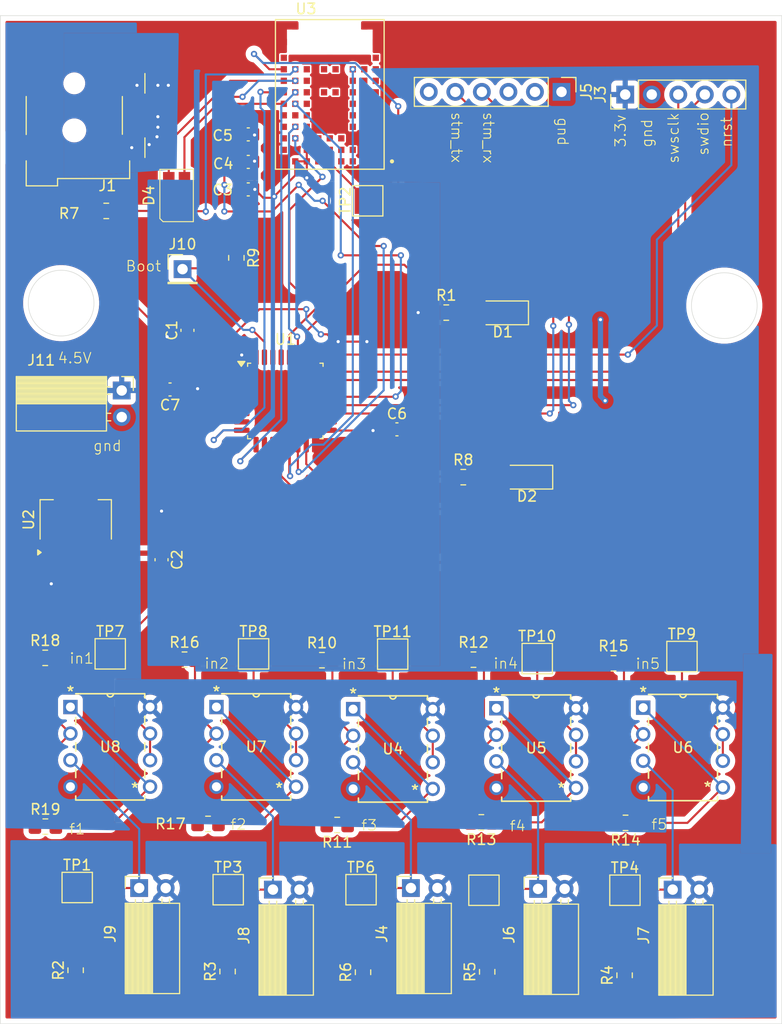
<source format=kicad_pcb>
(kicad_pcb (version 20241229) (generator "pcbnew") (generator_version "9.0")
  (layers (0 "F.Cu" signal) (2 "B.Cu" signal) (13 "F.Paste" user) (15 "B.Paste" user) (5 "F.SilkS" user "F.Silkscreen") (7 "B.SilkS" user "B.Silkscreen") (1 "F.Mask" user) (3 "B.Mask" user) (25 "Edge.Cuts" user))
  (net 0 "")
  (net 1 "Net-(D1-A)")
  (net 2 "SWSCLK")
  (net 8 "Finger3")
  (net 9 "Switch2")
  (net 11 "Net-(D4-A)")
  (net 12 "BlueLED")
  (net 14 "NRST")
  (net 15 "Finger1")
  (net 16 "Finger5")
  (net 18 "TX")
  (net 19 "Finger2")
  (net 20 "RX")
  (net 21 "SWDIO")
  (net 22 "Finger4")
  (net 25 "gnd")
  (net 31 "RedLED")
  (net 33 "DEBUG_TX")
  (net 38 "GPIO_J9")
  (net 57 "Net-(U1-PA7)")
  (net 58 "Switch1")
  (net 72 "+3.3V")
  (net 80 "debuging_tx")
  (net 81 "debuging_rx")
  (net 82 "Net-(D2-A)")
  (net 83 "Net-(U1-PB1)")
  (net 84 "UART_RTS->BoardCTS")
  (net 85 "UART_CTS->BoardRTS")
  (net 86 "GreenLED")
  (net 87 "BootPin")
  (net 88 "Net-(U4-1IN-)")
  (net 89 "Net-(U4-1OUT)")
  (net 90 "Sensor1")
  (net 91 "Sensor2")
  (net 92 "Sensor3")
  (net 93 "Sensor4")
  (net 94 "Sensor5")
  (net 95 "Net-(U5-1IN-)")
  (net 96 "Net-(U5-1OUT)")
  (net 97 "Net-(U6-1IN-)")
  (net 98 "Net-(U6-1OUT)")
  (net 99 "Net-(U7-1IN-)")
  (net 100 "Net-(U7-1OUT)")
  (net 101 "Net-(U8-1IN-)")
  (net 102 "Net-(U8-1OUT)")
  (net 103 "+5V")
  (footprint "Connector_PinSocket_2.54mm:PinSocket_1x02_P2.54mm_Horizontal" (layer "F.Cu") (at 123.01 131.88 90)
    (property "Reference" "J8")
    (property "Value" "Conn_01x02_Socket")
  )
  (footprint "Connector_PinHeader_2.54mm:PinHeader_1x05_P2.54mm_Vertical" (layer "F.Cu") (at 156.718 55.88 90)
    (property "Reference" "J3")
    (property "Value" "Conn_01x05_Pin")
  )
  (footprint "Connector_PinHeader_2.54mm:PinHeader_1x06_P2.54mm_Vertical" (layer "F.Cu") (at 150.622 55.626 -90)
    (property "Reference" "J5")
    (property "Value" "Conn_01x06_Socket" (hide yes))
  )
  (footprint "Resistor_SMD:R_0805_2012Metric_Pad1.20x1.40mm_HandSolder" (layer "F.Cu") (at 156.66 140.07 90)
    (property "Reference" "R4")
    (property "Value" "R")
  )
  (footprint "Connector_PinSocket_2.54mm:PinSocket_1x02_P2.54mm_Horizontal" (layer "F.Cu") (at 108.54 84.171)
    (property "Reference" "J11")
    (property "Value" "Conn_01x02_Socket")
  )
  (footprint "Resistor_SMD:R_0805_2012Metric_Pad1.20x1.40mm_HandSolder" (layer "F.Cu") (at 118.67 139.71 90)
    (property "Reference" "R3")
    (property "Value" "R")
  )
  (footprint "TestPoint:TestPoint_Pad_2.5x2.5mm" (layer "F.Cu") (at 121.158 109.347)
    (property "Reference" "TP8")
    (property "Value" "TestPoint")
  )
  (footprint "TestPoint:TestPoint_Pad_2.5x2.5mm" (layer "F.Cu") (at 143.2 131.94)
    (property "Reference" "TP5" (hide yes))
    (property "Value" "TestPoint")
  )
  (footprint "TestPoint:TestPoint_Pad_2.5x2.5mm" (layer "F.Cu") (at 156.69 131.94)
    (property "Reference" "TP4")
    (property "Value" "TestPoint")
  )
  (footprint "Resistor_SMD:R_0805_2012Metric_Pad1.20x1.40mm_HandSolder" (layer "F.Cu") (at 101.235 125.857)
    (property "Reference" "R19")
    (property "Value" "R")
  )
  (footprint "Capacitor_SMD:C_0504_1310Metric_Pad0.83x1.28mm_HandSolder" (layer "F.Cu") (at 120.65 59.69 180)
    (property "Reference" "C5")
    (property "Value" ".1u")
  )
  (footprint "Package_QFP:LQFP-32_7x7mm_P0.8mm" (layer "F.Cu") (at 124.1966 85.1724)
    (property "Reference" "U1")
    (property "Value" "STM32L031K6Tx")
  )
  (footprint "Connector_PinHeader_2.54mm:PinHeader_1x01_P2.54mm_Vertical" (layer "F.Cu") (at 114.36 72.57)
    (property "Reference" "J10")
    (property "Value" "Conn_01x01_Pin")
  )
  (footprint "Connector_PinSocket_2.54mm:PinSocket_1x02_P2.54mm_Horizontal" (layer "F.Cu") (at 110.21 131.73 90)
    (property "Reference" "J9")
    (property "Value" "Conn_01x02_Socket")
  )
  (footprint "Resistor_SMD:R_0805_2012Metric_Pad1.20x1.40mm_HandSolder" (layer "F.Cu") (at 139.5947 76.7246)
    (property "Reference" "R1")
    (property "Value" "270")
  )
  (footprint "Resistor_SMD:R_0805_2012Metric_Pad1.20x1.40mm_HandSolder" (layer "F.Cu") (at 104.13 139.59 90)
    (property "Reference" "R2")
    (property "Value" "R")
  )
  (footprint "TestPoint:TestPoint_Pad_2.5x2.5mm" (layer "F.Cu") (at 132.08 66.04 90)
    (property "Reference" "TP2")
    (property "Value" "TestPoint")
  )
  (footprint "TestPoint:TestPoint_Pad_2.5x2.5mm" (layer "F.Cu") (at 131.44 131.89)
    (property "Reference" "TP6")
    (property "Value" "TestPoint")
  )
  (footprint "Resistor_SMD:R_0805_2012Metric_Pad1.20x1.40mm_HandSolder" (layer "F.Cu") (at 101.219 109.728)
    (property "Reference" "R18")
    (property "Value" "R")
  )
  (footprint "lm358:P8" (layer "F.Cu") (at 125.222 122.047)
    (property "Reference" "U7")
    (property "Value" "LM358APE4")
  )
  (footprint "LED_SMD:LED_Avago_PLCC4_3.2x2.8mm_CW" (layer "F.Cu") (at 113.792 65.532 90)
    (property "Reference" "D4")
    (property "Value" "ASMB-MTB0-0A3A2")
  )
  (footprint "TestPoint:TestPoint_Pad_2.5x2.5mm" (layer "F.Cu") (at 162.15 109.6)
    (property "Reference" "TP9")
    (property "Value" "TestPoint")
  )
  (footprint "Resistor_SMD:R_0805_2012Metric_Pad1.20x1.40mm_HandSolder" (layer "F.Cu") (at 114.55 109.9)
    (property "Reference" "R16")
    (property "Value" "R")
  )
  (footprint "Capacitor_SMD:C_0504_1310Metric_Pad0.83x1.28mm_HandSolder" (layer "F.Cu") (at 113.1645 84.074 180)
    (property "Reference" "C7")
    (property "Value" ".1u")
  )
  (footprint "lm358:P8" (layer "F.Cu") (at 166.06 122.11)
    (property "Reference" "U6")
    (property "Value" "LM358APE4")
  )
  (footprint "Resistor_SMD:R_0805_2012Metric_Pad1.20x1.40mm_HandSolder" (layer "F.Cu") (at 155.6 110.25)
    (property "Reference" "R15")
    (property "Value" "R" (hide yes))
  )
  (footprint "Connector_PinSocket_2.54mm:PinSocket_1x02_P2.54mm_Horizontal" (layer "F.Cu") (at 136.21 131.73 90)
    (property "Reference" "J4")
    (property "Value" "Conn_01x02_Socket")
  )
  (footprint "Resistor_SMD:R_0805_2012Metric_Pad1.20x1.40mm_HandSolder" (layer "F.Cu") (at 129.159 125.7046 180)
    (property "Reference" "R11")
    (property "Value" "R")
  )
  (footprint "LED_SMD:LED_1206_3216Metric_Pad1.42x1.75mm_HandSolder" (layer "F.Cu") (at 147.32 92.456 180)
    (property "Reference" "D2")
    (property "Value" "LED")
  )
  (footprint "Capacitor_SMD:C_0504_1310Metric_Pad0.83x1.28mm_HandSolder" (layer "F.Cu") (at 120.65 62.32 180)
    (property "Reference" "C4")
    (property "Value" ".1u")
  )
  (footprint "Resistor_SMD:R_0805_2012Metric_Pad1.20x1.40mm_HandSolder" (layer "F.Cu") (at 107.061 67.0052)
    (property "Reference" "R7")
    (property "Value" "R")
  )
  (footprint "NORA-W106-00B:XCVR_NORA-W106-00B" (layer "F.Cu") (at 128.45 55.867)
    (property "Reference" "U3")
    (property "Value" "NORA-W106-00B")
  )
  (footprint "Resistor_SMD:R_0805_2012Metric_Pad1.20x1.40mm_HandSolder" (layer "F.Cu") (at 116.8 125.6)
    (property "Reference" "R17")
    (property "Value" "R")
  )
  (footprint "TestPoint:TestPoint_Pad_2.5x2.5mm" (layer "F.Cu") (at 134.4676 109.3724)
    (property "Reference" "TP11")
    (property "Value" "TestPoint")
  )
  (footprint "Resistor_SMD:R_0805_2012Metric_Pad1.20x1.40mm_HandSolder" (layer "F.Cu") (at 141.224 92.456)
    (property "Reference" "R8")
    (property "Value" "270")
  )
  (footprint "TestPoint:TestPoint_Pad_2.5x2.5mm" (layer "F.Cu") (at 118.73 131.89)
    (property "Reference" "TP3")
    (property "Value" "TestPoint")
  )
  (footprint "Resistor_SMD:R_0805_2012Metric_Pad1.20x1.40mm_HandSolder" (layer "F.Cu") (at 119.51 71.49 -90)
    (property "Reference" "R9")
    (property "Value" "R")
  )
  (footprint "Connector_BarrelJack:BarrelJack_Wuerth_694106106102_2.0x5.5mm" (layer "F.Cu") (at 104 57.885 180)
    (property "Reference" "J1")
    (property "Value" "Barrel_Jack")
  )
  (footprint "Package_TO_SOT_SMD:SOT-223-3_TabPin2" (layer "F.Cu") (at 104.14 96.52 90)
    (property "Reference" "U2")
    (property "Value" "TC1262-33")
  )
  (footprint "Resistor_SMD:R_0805_2012Metric_Pad1.20x1.40mm_HandSolder" (layer "F.Cu") (at 127.7 109.95)
    (property "Reference" "R10")
    (property "Value" "R")
  )
  (footprint "lm358:P8" (layer "F.Cu") (at 138.303 122.2502)
    (property "Reference" "U4")
    (property "Value" "LM358APE4")
  )
  (footprint "TestPoint:TestPoint_Pad_2.5x2.5mm" (layer "F.Cu") (at 104.28 131.68)
    (property "Reference" "TP1")
    (property "Value" "TestPoint")
  )
  (footprint "TestPoint:TestPoint_Pad_2.5x2.5mm" (layer "F.Cu") (at 148.3 109.8)
    (property "Reference" "TP10")
    (property "Value" "TestPoint")
  )
  (footprint "Resistor_SMD:R_0805_2012Metric_Pad1.20x1.40mm_HandSolder" (layer "F.Cu") (at 143.51 139.74 90)
    (property "Reference" "R5")
    (property "Value" "R")
  )
  (footprint "Resistor_SMD:R_0805_2012Metric_Pad1.20x1.40mm_HandSolder" (layer "F.Cu") (at 156.75 125.5 180)
    (property "Reference" "R14")
    (property "Value" "R")
  )
  (footprint "lm358:P8" (layer "F.Cu") (at 111.252 122.047)
    (property "Reference" "U8")
    (property "Value" "LM358APE4")
  )
  (footprint "Capacitor_SMD:C_0504_1310Metric_Pad0.83x1.28mm_HandSolder" (layer "F.Cu") (at 120.65 64.95 180)
    (property "Reference" "C3")
    (property "Value" ".1u")
  )
  (footprint "LED_SMD:LED_1206_3216Metric_Pad1.42x1.75mm_HandSolder" (layer "F.Cu") (at 145 76.75 180)
    (property "Reference" "D1")
    (property "Value" "LED")
  )
  (footprint "Resistor_SMD:R_0805_2012Metric_Pad1.20x1.40mm_HandSolder" (layer "F.Cu") (at 142.2 109.9)
    (property "Reference" "R12")
    (property "Value" "R")
  )
  (footprint "Connector_PinSocket_2.54mm:PinSocket_1x02_P2.54mm_Horizontal" (layer "F.Cu") (at 161.26 131.88 90)
    (property "Reference" "J7")
    (property "Value" "Conn_01x02_Socket")
  )
  (footprint "TestPoint:TestPoint_Pad_2.5x2.5mm" (layer "F.Cu") (at 107.442 109.347)
    (property "Reference" "TP7")
    (property "Value" "TestPoint")
  )
  (footprint "Capacitor_SMD:C_0504_1310Metric_Pad0.83x1.28mm_HandSolder" (layer "F.Cu") (at 112.35 100.35 -90)
    (property "Reference" "C2")
    (property "Value" "1")
  )
  (footprint "Resistor_SMD:R_0805_2012Metric_Pad1.20x1.40mm_HandSolder" (layer "F.Cu") (at 131.63 139.78 90)
    (property "Reference" "R6")
    (property "Value" "R")
  )
  (footprint "Connector_PinSocket_2.54mm:PinSocket_1x02_P2.54mm_Horizontal" (layer "F.Cu") (at 148.38 131.81 90)
    (property "Reference" "J6")
    (property "Value" "Conn_01x02_Socket")
  )
  (footprint "Capacitor_SMD:C_0504_1310Metric_Pad0.83x1.28mm_HandSolder" (layer "F.Cu") (at 114.83 78.42 90)
    (property "Reference" "C1")
    (property "Value" ".1u")
  )
  (footprint "lm358:P8" (layer "F.Cu") (at 152.01 122.16)
    (property "Reference" "U5")
    (property "Value" "LM358APE4")
  )
  (footprint "Resistor_SMD:R_0805_2012Metric_Pad1.20x1.40mm_HandSolder" (layer "F.Cu") (at 142.95 125.45 180)
    (property "Reference" "R13")
    (property "Value" "R" (hide yes))
  )
  (footprint "Capacitor_SMD:C_0504_1310Metric_Pad0.83x1.28mm_HandSolder" (layer "F.Cu") (at 134.874 87.884)
    (property "Reference" "C6")
    (property "Value" ".1u")
  )
  (gr_circle (center 166.2 76.057437) (end 169.14 77.167437) (stroke (width 0.05)) (fill no) (layer "Edge.Cuts"))
  (gr_rect (start 96.9178 48.3399) (end 171.704 144.7001) (stroke (width 0.05)) (fill no) (layer "Edge.Cuts"))
  (gr_circle (center 102.743 75.819) (end 105.683 76.929) (stroke (width 0.05)) (fill no) (layer "Edge.Cuts"))
  (gr_text "in2\n" (at 116.4 110.85 0) (layer "F.SilkS") (effects (font (size 1 1) (thickness 0.1)) (justify left bottom)))
  (gr_text "f4\n" (at 145.6 126.4 0) (layer "F.SilkS") (effects (font (size 1 1) (thickness 0.1)) (justify left bottom)))
  (gr_text "stm_tx\n" (at 140 57.5 270) (layer "F.SilkS") (effects (font (size 1 1) (thickness 0.1)) (justify left bottom)))
  (gr_text "swdio\n\n" (at 166.381 61.762 90) (layer "F.SilkS") (effects (font (size 1 1) (thickness 0.1)) (justify left bottom)))
  (gr_text "gnd\n" (at 159.38 61 90) (layer "F.SilkS") (effects (font (size 1 1) (thickness 0.1)) (justify left bottom)))
  (gr_text "f1" (at 103.45 126.68 0) (layer "F.SilkS") (effects (font (size 1 1) (thickness 0.1)) (justify left bottom)))
  (gr_text "4.5V" (at 102.362 81.661 0) (layer "F.SilkS") (effects (font (size 1 1) (thickness 0.1)) (justify left bottom)))
  (gr_text "3.3v\n" (at 156.856 61 90) (layer "F.SilkS") (effects (font (size 1 1) (thickness 0.1)) (justify left bottom)))
  (gr_text "swsclk\n" (at 161.92 62.528 90) (layer "F.SilkS") (effects (font (size 1 1) (thickness 0.1)) (justify left bottom)))
  (gr_text "f5\n" (at 159.15 126.235 0) (layer "F.SilkS") (effects (font (size 1 1) (thickness 0.1)) (justify left bottom)))
  (gr_text "f2\n" (at 118.872 126.238 0) (layer "F.SilkS") (effects (font (size 1 1) (thickness 0.1)) (justify left bottom)))
  (gr_text "f3\n" (at 131.3942 126.3142 0) (layer "F.SilkS") (effects (font (size 1 1) (thickness 0.1)) (justify left bottom)))
  (gr_text "in3\n" (at 129.55 110.9 0) (layer "F.SilkS") (effects (font (size 1 1) (thickness 0.1)) (justify left bottom)))
  (gr_text "Boot\n" (at 108.86 72.87 0) (layer "F.SilkS") (effects (font (size 1 1) (thickness 0.1)) (justify left bottom)))
  (gr_text "gnd\n" (at 150.16 58 270) (layer "F.SilkS") (effects (font (size 1 1) (thickness 0.1)) (justify left bottom)))
  (gr_text "in4\n" (at 144.05 110.85 0) (layer "F.SilkS") (effects (font (size 1 1) (thickness 0.1)) (justify left bottom)))
  (gr_text "gnd\n" (at 105.75 90.043 0) (layer "F.SilkS") (effects (font (size 1 1) (thickness 0.1)) (justify left bottom)))
  (gr_text "in5" (at 157.65 110.875 0) (layer "F.SilkS") (effects (font (size 1 1) (thickness 0.1)) (justify left bottom)))
  (gr_text "in1\n" (at 103.479 110.363 0) (layer "F.SilkS") (effects (font (size 1 1) (thickness 0.1)) (justify left bottom)))
  (gr_text "nrst\n" (at 167 61 90) (layer "F.SilkS") (effects (font (size 1 1) (thickness 0.1)) (justify left bottom)))
  (gr_text "stm_rx\n" (at 143.048 57.5 270) (layer "F.SilkS") (effects (font (size 1 1) (thickness 0.1)) (justify left bottom)))
  (segment (start 143.4871 76.7246) (end 143.5125 76.75) (width 0.2) (layer "F.Cu") (net 1))
  (segment (start 140.5947 76.7246) (end 143.4871 76.7246) (width 0.2) (layer "F.Cu") (net 1))
  (segment (start 158.1276 82.3724) (end 128.3716 82.3724) (width 0.2) (layer "F.Cu") (net 2))
  (segment (start 161.798 55.88) (end 161.798 78.702) (width 0.2) (layer "F.Cu") (net 2))
  (segment (start 161.5 79) (end 158.1276 82.3724) (width 0.2) (layer "F.Cu") (net 2))
  (segment (start 161.798 78.702) (end 161.5 79) (width 0.2) (layer "F.Cu") (net 2))
  (segment (start 138.303 117.1702) (end 138.303 119.7102) (width 0.2) (layer "F.Cu") (net 8))
  (segment (start 128.358 102.108) (end 122.1966 95.9466) (width 0.2) (layer "F.Cu") (net 8))
  (segment (start 133.8 102.108) (end 128.358 102.108) (width 0.2) (layer "F.Cu") (net 8))
  (segment (start 122.1966 95.9466) (end 122.1966 89.3474) (width 0.2) (layer "F.Cu") (net 8))
  (segment (start 134.4676 102.7756) (end 133.8 102.108) (width 0.2) (layer "F.Cu") (net 8))
  (segment (start 134.4676 113.3348) (end 138.303 117.1702) (width 0.2) (layer "F.Cu") (net 8))
  (segment (start 134.4676 109.3724) (end 134.4676 102.7756) (width 0.2) (layer "F.Cu") (net 8))
  (segment (start 134.4676 109.3724) (end 134.4676 113.3348) (width 0.2) (layer "F.Cu") (net 8))
  (segment (start 125.747185 74.3815) (end 125.147186 74.3815) (width 0.2) (layer "F.Cu") (net 9))
  (segment (start 125.147186 74.3815) (end 124.5966 73.830914) (width 0.2) (layer "F.Cu") (net 9))
  (segment (start 124.5966 80.9974) (end 124.6124 80.9816) (width 0.2) (layer "F.Cu") (net 9))
  (segment (start 124.5966 78.8574) (end 124.5966 80.9974) (width 0.2) (layer "F.Cu") (net 9))
  (segment (start 124.5966 66.9034) (end 127.75 63.75) (width 0.2) (layer "F.Cu") (net 9))
  (segment (start 127.2 75.834314) (end 127.2 76.254) (width 0.2) (layer "F.Cu") (net 9))
  (segment (start 124.5966 73.830914) (end 124.5966 66.9034) (width 0.2) (layer "F.Cu") (net 9))
  (segment (start 127.2 75.834314) (end 125.747185 74.3815) (width 0.2) (layer "F.Cu") (net 9))
  (segment (start 127.2 76.254) (end 124.5966 78.8574) (width 0.2) (layer "F.Cu") (net 9))
  (via (at 125.15 60.067) (size 0.6) (drill 0.3) (layers "F.Cu" "B.Cu") (net 9))
  (via (at 127.75 63.75) (size 0.6) (drill 0.3) (layers "F.Cu" "B.Cu") (net 9))
  (segment (start 127.75 63.75) (end 125.15 61.15) (width 0.2) (layer "B.Cu") (net 9))
  (segment (start 125.15 61.15) (end 125.15 60.067) (width 0.2) (layer "B.Cu") (net 9))
  (segment (start 108.061 67.0052) (end 113.0152 67.0052) (width 0.2) (layer "F.Cu") (net 11))
  (segment (start 113.0152 67.0052) (end 113.042 67.032) (width 0.2) (layer "F.Cu") (net 11))
  (segment (start 113.042 60.464) (end 113.042 64.032) (width 0.2) (layer "F.Cu") (net 12))
  (segment (start 118.915 54.567) (end 113.03 60.452) (width 0.2) (layer "F.Cu") (net 12))
  (segment (start 113.03 60.452) (end 113.042 60.464) (width 0.2) (layer "F.Cu") (net 12))
  (segment (start 124.05 54.567) (end 118.915 54.567) (width 0.2) (layer "F.Cu") (net 12))
  (segment (start 127.6 78.8) (end 127.4 78.8) (width 0.2) (layer "F.Cu") (net 14))
  (segment (start 115.824 82.296) (end 118.3004 84.7724) (width 0.2) (layer "F.Cu") (net 14))
  (segment (start 128.649482 80.7386) (end 128.649482 79.249482) (width 0.2) (layer "F.Cu") (net 14))
  (segment (start 121.72 76.4) (end 115.824 82.296) (width 0.2) (layer "F.Cu") (net 14))
  (segment (start 126.2 76.4) (end 121.72 76.4) (width 0.2) (layer "F.Cu") (net 14))
  (segment (start 128.649482 79.249482) (end 128.2 78.8) (width 0.2) (layer "F.Cu") (net 14))
  (segment (start 118.3004 84.7724) (end 120.0216 84.7724) (width 0.2) (layer "F.Cu") (net 14))
  (segment (start 128.2 78.8) (end 127.6 78.8) (width 0.2) (layer "F.Cu") (net 14))
  (segment (start 128.649482 80.7386) (end 156.972 80.7386) (width 0.2) (layer "F.Cu") (net 14))
  (via (at 127.6 78.8) (size 0.6) (drill 0.3) (layers "F.Cu" "B.Cu") (net 14))
  (via (at 156.972 80.7386) (size 0.6) (drill 0.3) (layers "F.Cu" "B.Cu") (net 14))
  (via (at 126.2 76.4) (size 0.6) (drill 0.3) (layers "F.Cu" "B.Cu") (net 14))
  (segment (start 126.2 76.4) (end 126.2 77.4) (width 0.2) (layer "B.Cu") (net 14))
  (segment (start 166.878 62.622) (end 159.75 69.75) (width 0.2) (layer "B.Cu") (net 14))
  (segment (start 126.2 77.4) (end 127.6 78.8) (width 0.2) (layer "B.Cu") (net 14))
  (segment (start 166.878 55.88) (end 166.878 62.622) (width 0.2) (layer "B.Cu") (net 14))
  (segment (start 159.75 69.75) (end 159.75 77.9606) (width 0.2) (layer "B.Cu") (net 14))
  (segment (start 159.75 77.9606) (end 156.972 80.7386) (width 0.2) (layer "B.Cu") (net 14))
  (segment (start 114 102.789) (end 114 87.5724) (width 0.2) (layer "F.Cu") (net 15))
  (segment (start 107.442 109.347) (end 114 102.789) (width 0.2) (layer "F.Cu") (net 15))
  (segment (start 107.442 109.347) (end 107.442 113.157) (width 0.2) (layer "F.Cu") (net 15))
  (segment (start 111.252 119.507) (end 111.252 116.967) (width 0.2) (layer "F.Cu") (net 15))
  (segment (start 114 87.5724) (end 115.2 86.3724) (width 0.2) (layer "F.Cu") (net 15))
  (segment (start 107.442 113.157) (end 111.252 116.967) (width 0.2) (layer "F.Cu") (net 15))
  (segment (start 115.2 86.3724) (end 120.0216 86.3724) (width 0.2) (layer "F.Cu") (net 15))
  (segment (start 123.7966 92.346543) (end 126.947357 95.4973) (width 0.2) (layer "F.Cu") (net 16))
  (segment (start 162.15 102.9) (end 162.15 109.6) (width 0.2) (layer "F.Cu") (net 16))
  (segment (start 126.947357 95.4973) (end 154.7473 95.4973) (width 0.2) (layer "F.Cu") (net 16))
  (segment (start 162.15 113.12) (end 166.06 117.03) (width 0.2) (layer "F.Cu") (net 16))
  (segment (start 166.06 117.03) (end 166.06 119.57) (width 0.2) (layer "F.Cu") (net 16))
  (segment (start 162.15 109.6) (end 162.15 113.12) (width 0.2) (layer "F.Cu") (net 16))
  (segment (start 154.7473 95.4973) (end 162.15 102.9) (width 0.2) (layer "F.Cu") (net 16))
  (segment (start 123.7966 89.3474) (end 123.7966 92.346543) (width 0.2) (layer "F.Cu") (net 16))
  (segment (start 119.888 90.932) (end 119.888 90.856) (width 0.2) (layer "F.Cu") (net 18))
  (segment (start 119.888 90.856) (end 121.3966 89.3474) (width 0.2) (layer "F.Cu") (net 18))
  (via (at 119.888 90.932) (size 0.6) (drill 0.3) (layers "F.Cu" "B.Cu") (net 18))
  (via (at 125.15 55.667) (size 0.6) (drill 0.3) (layers "F.Cu" "B.Cu") (net 18))
  (segment (start 119.888 90.856) (end 119.888 90.932) (width 0.2) (layer "B.Cu") (net 18))
  (segment (start 123.8095 86.9345) (end 121.3966 89.3474) (width 0.2) (layer "B.Cu") (net 18))
  (segment (start 125.15 55.667) (end 123.8095 57.0075) (width 0.2) (layer "B.Cu") (net 18))
  (segment (start 121.3966 89.3474) (end 119.888 90.856) (width 0.2) (layer "B.Cu") (net 18))
  (segment (start 123.8095 57.0075) (end 123.8095 86.9345) (width 0.2) (layer "B.Cu") (net 18))
  (segment (start 115.4 89) (end 115.4 95.6) (width 0.2) (layer "F.Cu") (net 19))
  (segment (start 125.222 116.967) (end 125.222 119.507) (width 0.2) (layer "F.Cu") (net 19))
  (segment (start 121.158 109.347) (end 121.158 101.358) (width 0.2) (layer "F.Cu") (net 19))
  (segment (start 121.158 101.358) (end 120.85 101.05) (width 0.2) (layer "F.Cu") (net 19))
  (segment (start 120.0216 87.1724) (end 117.2276 87.1724) (width 0.2) (layer "F.Cu") (net 19))
  (segment (start 117.2276 87.1724) (end 115.4 89) (width 0.2) (layer "F.Cu") (net 19))
  (segment (start 115.4 95.6) (end 120.85 101.05) (width 0.2) (layer "F.Cu") (net 19))
  (segment (start 121.158 112.903) (end 125.222 116.967) (width 0.2) (layer "F.Cu") (net 19))
  (segment (start 121.158 109.347) (end 121.158 112.903) (width 0.2) (layer "F.Cu") (net 19))
  (segment (start 121.857 55.667) (end 121.82 55.63) (width 0.2) (layer "F.Cu") (net 20))
  (segment (start 117.348 88.9) (end 118.2756 87.9724) (width 0.2) (layer "F.Cu") (net 20))
  (segment (start 124.05 55.667) (end 121.857 55.667) (width 0.2) (layer "F.Cu") (net 20))
  (segment (start 121.82 55.63) (end 121.77 55.58) (width 0.2) (layer "F.Cu") (net 20))
  (segment (start 118.2756 87.9724) (end 120.0216 87.9724) (width 0.2) (layer "F.Cu") (net 20))
  (via (at 117.348 88.9) (size 0.6) (drill 0.3) (layers "F.Cu" "B.Cu") (net 20))
  (via (at 121.82 55.63) (size 0.6) (drill 0.3) (layers "F.Cu" "B.Cu") (net 20))
  (segment (start 118.2756 87.9724) (end 117.348 88.9) (width 0.2) (layer "B.Cu") (net 20))
  (segment (start 121.82 55.63) (end 121.82 57.1438) (width 0.2) (layer "B.Cu") (net 20))
  (segment (start 121.82 57.1438) (end 122.1966 57.5204) (width 0.2) (layer "B.Cu") (net 20))
  (segment (start 120.0216 87.9724) (end 118.2756 87.9724) (width 0.2) (layer "B.Cu") (net 20))
  (segment (start 122.1966 85.7974) (end 120.0216 87.9724) (width 0.2) (layer "B.Cu") (net 20))
  (segment (start 122.1966 57.5204) (end 122.1966 85.7974) (width 0.2) (layer "B.Cu") (net 20))
  (segment (start 128.3716 83.1724) (end 158.2 83.1724) (width 0.2) (layer "F.Cu") (net 21))
  (segment (start 162.456438 78.915962) (end 158.2 83.1724) (width 0.2) (layer "F.Cu") (net 21))
  (segment (start 162.456438 57.761562) (end 162.456438 78.915962) (width 0.2) (layer "F.Cu") (net 21))
  (segment (start 164.338 55.88) (end 162.456438 57.761562) (width 0.2) (layer "F.Cu") (net 21))
  (segment (start 140.5 102.1) (end 147.05 102.1) (width 0.2) (layer "F.Cu") (net 22))
  (segment (start 122.9966 95.3466) (end 124.9 97.25) (width 0.2) (layer "F.Cu") (net 22))
  (segment (start 122.9966 89.3474) (end 122.9966 95.3466) (width 0.2) (layer "F.Cu") (net 22))
  (segment (start 152.01 117.08) (end 152.01 119.62) (width 0.2) (layer "F.Cu") (net 22))
  (segment (start 148.3 109.8) (end 148.3 113.37) (width 0.2) (layer "F.Cu") (net 22))
  (segment (start 124.9 97.25) (end 135.65 97.25) (width 0.2) (layer "F.Cu") (net 22))
  (segment (start 135.65 97.25) (end 140.5 102.1) (width 0.2) (layer "F.Cu") (net 22))
  (segment (start 147.05 102.1) (end 148.3 103.35) (width 0.2) (layer "F.Cu") (net 22))
  (segment (start 148.3 109.8) (end 148.3 103.35) (width 0.2) (layer "F.Cu") (net 22))
  (segment (start 148.3 113.37) (end 152.01 117.08) (width 0.2) (layer "F.Cu") (net 22))
  (segment (start 120 64.75) (end 120 62.2525) (width 0.2) (layer "F.Cu") (net 25))
  (segment (start 120 62.2525) (end 120.0225 62.23) (width 0.2) (layer "F.Cu") (net 25))
  (segment (start 126.352 52.367) (end 125.15 52.367) (width 0.2) (layer "F.Cu") (net 25))
  (segment (start 120.0225 62.23) (end 120.0225 59.8) (width 0.2) (layer "F.Cu") (net 25))
  (segment (start 120.0225 59.8) (end 120.0225 59.7775) (width 0.2) (layer "F.Cu") (net 25))
  (segment (start 125.1818 52.367) (end 125.15 52.367) (width 0.2) (layer "F.Cu") (net 25))
  (segment (start 120.0225 59.7775) (end 119.995 59.75) (width 0.2) (layer "F.Cu") (net 25))
  (via (at 154.8 85.15) (size 0.6) (drill 0.3) (layers "F.Cu" "B.Cu") (net 25))
  (via (at 154.35 77.4) (size 0.6) (drill 0.3) (layers "F.Cu" "B.Cu") (net 25))
  (segment (start 154.35 77.4) (end 154.35 84.7) (width 0.5) (layer "B.Cu") (net 25))
  (segment (start 154.35 84.7) (end 154.8 85.15) (width 0.5) (layer "B.Cu") (net 25))
  (segment (start 116.562 67.032) (end 114.542 67.032) (width 0.2) (layer "F.Cu") (net 31))
  (segment (start 116.586 67.056) (end 116.562 67.032) (width 0.2) (layer "F.Cu") (net 31))
  (via (at 116.586 67.056) (size 0.6) (drill 0.3) (layers "F.Cu" "B.Cu") (net 31))
  (via (at 125.15 53.467) (size 0.6) (drill 0.3) (layers "F.Cu" "B.Cu") (net 31))
  (segment (start 124.6554 53.9616) (end 125.15 53.467) (width 0.2) (layer "B.Cu") (net 31))
  (segment (start 116.586 53.9616) (end 116.586 67.056) (width 0.2) (layer "B.Cu") (net 31))
  (segment (start 116.586 67.056) (end 116.586 67.31) (width 0.2) (layer "B.Cu") (net 31))
  (segment (start 116.586 53.9616) (end 124.6554 53.9616) (width 0.2) (layer "B.Cu") (net 31))
  (segment (start 128.45 62.41) (end 132.08 66.04) (width 0.2) (layer "F.Cu") (net 33))
  (segment (start 128.45 62.267) (end 128.45 62.41) (width 0.2) (layer "F.Cu") (net 33))
  (segment (start 126.1966 80.9974) (end 126.1966 78.534772) (width 0.2) (layer "F.Cu") (net 38))
  (segment (start 136.65 71.915686) (end 136.65 71.084314) (width 0.2) (layer "F.Cu") (net 38))
  (segment (start 124.05 53.467) (end 122.667 53.467) (width 0.2) (layer "F.Cu") (net 38))
  (segment (start 122.667 53.467) (end 121.2 52) (width 0.2) (layer "F.Cu") (net 38))
  (segment (start 126.1966 78.534772) (end 127.6 77.131371) (width 0.2) (layer "F.Cu") (net 38))
  (segment (start 135.584314 72.15) (end 135.834314 72.4) (width 0.2) (layer "F.Cu") (net 38))
  (segment (start 127.6 76.4) (end 131.85 72.15) (width 0.2) (layer "F.Cu") (net 38))
  (segment (start 136.165686 72.4) (end 136.65 71.915686) (width 0.2) (layer "F.Cu") (net 38))
  (segment (start 136.65 71.084314) (end 135 69.434314) (width 0.2) (layer "F.Cu") (net 38))
  (segment (start 131.85 72.15) (end 135.584314 72.15) (width 0.2) (layer "F.Cu") (net 38))
  (segment (start 127.6 77.131371) (end 127.6 76.4) (width 0.2) (layer "F.Cu") (net 38))
  (segment (start 135.834314 72.4) (end 136.165686 72.4) (width 0.2) (layer "F.Cu") (net 38))
  (segment (start 135 69.434314) (end 135 57) (width 0.2) (layer "F.Cu") (net 38))
  (via (at 121.2 52) (size 0.6) (drill 0.3) (layers "F.Cu" "B.Cu") (net 38))
  (via (at 135 57) (size 0.6) (drill 0.3) (layers "F.Cu" "B.Cu") (net 38))
  (segment (start 127.384 52.866) (end 122.066 52.866) (width 0.2) (layer "B.Cu") (net 38))
  (segment (start 135 57) (end 135 56.967057) (width 0.2) (layer "B.Cu") (net 38))
  (segment (start 122.066 52.866) (end 121.2 52) (width 0.2) (layer "B.Cu") (net 38))
  (segment (start 135 56.967057) (end 130.898943 52.866) (width 0.2) (layer "B.Cu") (net 38))
  (segment (start 130.898943 52.866) (end 127.384 52.866) (width 0.2) (layer "B.Cu") (net 38))
  (segment (start 124.5966 92.2966) (end 124.65 92.35) (width 0.25) (layer "F.Cu") (net 57))
  (segment (start 124.5966 89.3474) (end 124.5966 92.2966) (width 0.25) (layer "F.Cu") (net 57))
  (via (at 130.65 53.467) (size 0.6) (drill 0.3) (layers "F.Cu" "B.Cu") (net 57))
  (via (at 124.65 92.35) (size 0.6) (drill 0.3) (layers "F.Cu" "B.Cu") (net 57))
  (segment (start 126.7026 89.3474) (end 125.1 90.95) (width 0.2) (layer "B.Cu") (net 57))
  (segment (start 127.846543 89.3474) (end 130.65 86.543943) (width 0.2) (layer "B.Cu") (net 57))
  (segment (start 124.65 91.4) (end 124.65 92.35) (width 0.2) (layer "B.Cu") (net 57))
  (segment (start 125.1 90.95) (end 124.65 91.4) (width 0.2) (layer "B.Cu") (net 57))
  (segment (start 127.846543 89.3474) (end 126.7026 89.3474) (width 0.2) (layer "B.Cu") (net 57))
  (segment (start 130.65 53.467) (end 130.65 86.543943) (width 0.2) (layer "B.Cu") (net 57))
  (segment (start 125.3966 80.9974) (end 125.3966 79.0976) (width 0.2) (layer "F.Cu") (net 58))
  (segment (start 125.3966 79.0976) (end 125.321 79.022) (width 0.2) (layer "F.Cu") (net 58))
  (via (at 125.321 79.022) (size 0.6) (drill 0.3) (layers "F.Cu" "B.Cu") (net 58))
  (via (at 125.15 58.967) (size 0.6) (drill 0.3) (layers "F.Cu" "B.Cu") (net 58))
  (segment (start 124.549 59.568) (end 124.549 78.25) (width 0.2) (layer "B.Cu") (net 58))
  (segment (start 125.3966 79.0976) (end 125.321 79.022) (width 0.2) (layer "B.Cu") (net 58))
  (segment (start 125.321 79.022) (end 124.549 78.25) (width 0.2) (layer "B.Cu") (net 58))
  (segment (start 125.15 58.967) (end 124.549 59.568) (width 0.2) (layer "B.Cu") (net 58))
  (segment (start 128.3992 88) (end 128.3716 87.9724) (width 0.2) (layer "F.Cu") (net 72))
  (segment (start 125.15 62.267) (end 126.25 62.267) (width 0.2) (layer "F.Cu") (net 72))
  (segment (start 121.2775 64.95) (end 122.0775 65.75) (width 0.2) (layer "F.Cu") (net 72))
  (segment (start 112.35 99.7225) (end 112.35 95.7) (width 0.5) (layer "F.Cu") (net 72))
  (segment (start 125.15 63.6) (end 125.15 62.267) (width 0.2) (layer "F.Cu") (net 72))
  (segment (start 115.496 84) (end 115.422 84.074) (width 0.2) (layer "F.Cu") (net 72))
  (segment (start 123.125 65.625) (end 125.15 63.6) (width 0.2) (layer "F.Cu") (net 72))
  (segment (start 106.4925 99.7225) (end 106.44 99.67) (width 0.2) (layer "F.Cu") (net 72))
  (segment (start 132.588 88) (end 134.1305 88) (width 0.2) (layer "F.Cu") (net 72))
  (segment (start 129.25 79.5) (end 132 79.5) (width 0.2) (layer "F.Cu") (net 72))
  (segment (start 117.3724 85.5724) (end 115.8 84) (width 0.2) (layer "F.Cu") (net 72))
  (segment (start 106.061 67.0052) (end 106.061 72.211) (width 0.2) (layer "F.Cu") (net 72))
  (segment (start 121.25 62.25) (end 121.25 64.745) (width 0.2) (layer "F.Cu") (net 72))
  (segment (start 121.25 59.75) (end 121.25 62.25) (width 0.2) (layer "F.Cu") (net 72))
  (segment (start 123 65.75) (end 123.125 65.625) (width 0.2) (layer "F.Cu") (net 72))
  (segment (start 120.0216 80.7766) (end 120.0216 82.3724) (width 0.2) (layer "F.Cu") (net 72))
  (segment (start 114.837 79.08) (end 112.93 79.08) (width 0.2) (layer "F.Cu") (net 72))
  (segment (start 120.0216 85.5724) (end 120 85.5724) (width 0.2) (layer "F.Cu") (net 72))
  (segment (start 132.588 88) (end 128.3992 88) (width 0.2) (layer "F.Cu") (net 72))
  (segment (start 115.422 84.074) (end 113.792 84.074) (width 0.2) (layer "F.Cu") (net 72))
  (segment (start 122.0775 65.75) (end 123 65.75) (width 0.2) (layer "F.Cu") (net 72))
  (segment (start 134.1305 88) (end 134.2465 87.884) (width 0.2) (layer "F.Cu") (net 72))
  (segment (start 136.906 76.7246) (end 138.5947 76.7246) (width 0.2) (layer "F.Cu") (net 72))
  (segment (start 126.25 62.267) (end 126.25 63.84) (width 0.2) (layer "F.Cu") (net 72))
  (segment (start 126.25 61.167) (end 126.25 62.267) (width 0.2) (layer "F.Cu") (net 72))
  (segment (start 115.8 84) (end 115.496 84) (width 0.2) (layer "F.Cu") (net 72))
  (segment (start 120.0216 85.5724) (end 117.3724 85.5724) (width 0.2) (layer "F.Cu") (net 72))
  (segment (start 121.25 64.745) (end 121.255 64.75) (width 0.2) (layer "F.Cu") (net 72))
  (segment (start 106.061 72.211) (end 112.883 79.033) (width 0.2) (layer "F.Cu") (net 72))
  (segment (start 112.35 99.7225) (end 106.4925 99.7225) (width 0.5) (layer "F.Cu") (net 72))
  (via (at 136.906 76.7246) (size 0.6) (drill 0.3) (layers "F.Cu" "B.Cu") (net 72))
  (via (at 132.588 88) (size 0.6) (drill 0.3) (layers "F.Cu" "B.Cu") (net 72))
  (via (at 126.25 63.84) (size 0.6) (drill 0.3) (layers "F.Cu" "B.Cu") (net 72))
  (via (at 123.125 65.625) (size 0.6) (drill 0.3) (layers "F.Cu" "B.Cu") (net 72))
  (via (at 115.8 84) (size 0.6) (drill 0.3) (layers "F.Cu" "B.Cu") (net 72))
  (via (at 121.25 62.25) (size 0.6) (drill 0.3) (layers "F.Cu" "B.Cu") (net 72))
  (via (at 129.25 79.5) (size 0.6) (drill 0.3) (layers "F.Cu" "B.Cu") (net 72))
  (via (at 121.25 59.75) (size 0.6) (drill 0.3) (layers "F.Cu" "B.Cu") (net 72))
  (via (at 120.0216 80.7766) (size 0.6) (drill 0.3) (layers "F.Cu" "B.Cu") (net 72))
  (via (at 112.883 79.033) (size 0.6) (drill 0.3) (layers "F.Cu" "B.Cu") (net 72))
  (via (at 132 79.5) (size 0.6) (drill 0.3) (layers "F.Cu" "B.Cu") (net 72))
  (via (at 112.35 95.7) (size 0.6) (drill 0.3) (layers "F.Cu" "B.Cu") (net 72))
  (via (at 121.2775 64.95) (size 0.6) (drill 0.3) (layers "F.Cu" "B.Cu") (net 72))
  (segment (start 126.723 63.84) (end 128.3716 65.4886) (width 0.2) (layer "B.Cu") (net 72))
  (segment (start 126.25 63.84) (end 126.723 63.84) (width 0.2) (layer "B.Cu") (net 72))
  (segment (start 128.3716 87.9724) (end 128.3716 65.4886) (width 0.2) (layer "B.Cu") (net 72))
  (segment (start 128.25 87.8508) (end 128.3716 87.9724) (width 0.2) (layer "B.Cu") (net 72))
  (segment (start 128.3716 85.5724) (end 151.75 85.5724) (width 0.2) (layer "F.Cu") (net 80))
  (segment (start 143.002 55.626) (end 151.3332 63.9572) (width 0.2) (layer "F.Cu") (net 80))
  (segment (start 151.3332 63.9572) (end 151.3332 77.8764) (width 0.2) (layer "F.Cu") (net 80))
  (via (at 151.75 85.5724) (size 0.6) (drill 0.3) (layers "F.Cu" "B.Cu") (net 80))
  (via (at 151.3332 77.8764) (size 0.6) (drill 0.3) (layers "F.Cu" "B.Cu") (net 80))
  (segment (start 151.3332 85.1556) (end 151.75 85.5724) (width 0.2) (layer "B.Cu") (net 80))
  (segment (start 151.3332 77.8764) (end 151.3332 85.1556) (width 0.2) (layer "B.Cu") (net 80))
  (segment (start 140.462 55.626) (end 149.8346 64.9986) (width 0.2) (layer "F.Cu") (net 81))
  (segment (start 128.3716 86.3724) (end 149.5 86.3724) (width 0.2) (layer "F.Cu") (net 81))
  (segment (start 149.8346 78) (end 149.8346 78.0796) (width 0.2) (layer "F.Cu") (net 81))
  (segment (start 149.8346 64.9986) (end 149.8346 78) (width 0.2) (layer "F.Cu") (net 81))
  (via (at 149.8346 78) (size 0.6) (drill 0.3) (layers "F.Cu" "B.Cu") (net 81))
  (via (at 149.5 86.3724) (size 0.6) (drill 0.3) (layers "F.Cu" "B.Cu") (net 81))
  (segment (start 149.8346 78) (end 149.8346 86.0378) (width 0.2) (layer "B.Cu") (net 81))
  (segment (start 149.8346 86.0378) (end 149.5 86.3724) (width 0.2) (layer "B.Cu") (net 81))
  (segment (start 142 92.4) (end 145.9125 92.4) (width 0.2) (layer "F.Cu") (net 82))
  (segment (start 127.4 92.4) (end 140 92.4) (width 0.2) (layer "F.Cu") (net 83))
  (segment (start 126.1966 91.1966) (end 127.4 92.4) (width 0.2) (layer "F.Cu") (net 83))
  (segment (start 126.1966 89.3474) (end 126.1966 91.1966) (width 0.2) (layer "F.Cu") (net 83))
  (segment (start 134.5 84.75) (end 134.4776 84.7724) (width 0.2) (layer "F.Cu") (net 84))
  (segment (start 129.5 71.25) (end 135.25 71.25) (width 0.2) (layer "F.Cu") (net 84))
  (segment (start 134.4776 84.7724) (end 128.3716 84.7724) (width 0.2) (layer "F.Cu") (net 84))
  (segment (start 134.75 84.75) (end 134.5 84.75) (width 0.2) (layer "F.Cu") (net 84))
  (via (at 135.25 71.25) (size 0.6) (drill 0.3) (layers "F.Cu" "B.Cu") (net 84))
  (via (at 129.5 71.25) (size 0.6) (drill 0.3) (layers "F.Cu" "B.Cu") (net 84))
  (via (at 134.75 84.75) (size 0.6) (drill 0.3) (layers "F.Cu" "B.Cu") (net 84))
  (via (at 125.15 56.767) (size 0.6) (drill 0.3) (layers "F.Cu" "B.Cu") (net 84))
  (segment (start 125.15 56.767) (end 129.5 61.117) (width 0.2) (layer "B.Cu") (net 84))
  (segment (start 129.5 61.117) (end 129.5 71.25) (width 0.2) (layer "B.Cu") (net 84))
  (segment (start 135.25 84.25) (end 134.75 84.75) (width 0.2) (layer "B.Cu") (net 84))
  (segment (start 135.25 71.25) (end 135.25 84.25) (width 0.2) (layer "B.Cu") (net 84))
  (segment (start 125.3966 91.8686) (end 125.3966 89.3474) (width 0.2) (layer "F.Cu") (net 85))
  (segment (start 127.762 66.04) (end 132.08 70.358) (width 0.2) (layer "F.Cu") (net 85))
  (segment (start 118.364 64.516) (end 118.364 57.658) (width 0.2) (layer "F.Cu") (net 85))
  (segment (start 132.08 70.358) (end 133.604 70.358) (width 0.2) (layer "F.Cu") (net 85))
  (segment (start 125.476 91.948) (end 125.3966 91.8686) (width 0.2) (layer "F.Cu") (net 85))
  (segment (start 122.936 67.056) (end 118.364 67.056) (width 0.2) (layer "F.Cu") (net 85))
  (segment (start 118.364 64.658182) (end 118.364 64.516) (width 0.2) (layer "F.Cu") (net 85))
  (segment (start 124.101 65.891) (end 122.936 67.056) (width 0.2) (layer "F.Cu") (net 85))
  (segment (start 118.364 57.658) (end 119.255 56.767) (width 0.2) (layer "F.Cu") (net 85))
  (segment (start 119.255 56.767) (end 124.05 56.767) (width 0.2) (layer "F.Cu") (net 85))
  (segment (start 125.476 64.516) (end 124.101 65.891) (width 0.2) (layer "F.Cu") (net 85))
  (via (at 125.476 64.516) (size 0.6) (drill 0.3) (layers "F.Cu" "B.Cu") (net 85))
  (via (at 133.604 70.358) (size 0.6) (drill 0.3) (layers "F.Cu" "B.Cu") (net 85))
  (via (at 127.762 66.04) (size 0.6) (drill 0.3) (layers "F.Cu" "B.Cu") (net 85))
  (via (at 125.476 91.948) (size 0.6) (drill 0.3) (layers "F.Cu" "B.Cu") (net 85))
  (via (at 118.364 64.516) (size 0.6) (drill 0.3) (layers "F.Cu" "B.Cu") (net 85))
  (via (at 118.364 67.056) (size 0.6) (drill 0.3) (layers "F.Cu" "B.Cu") (net 85))
  (segment (start 125.813043 91.948) (end 125.476 91.948) (width 0.2) (layer "B.Cu") (net 85))
  (segment (start 125.476 64.516) (end 125.87963 64.91963) (width 0.2) (layer "B.Cu") (net 85))
  (segment (start 125.87963 64.91963) (end 126.12078 65.16078) (width 0.2) (layer "B.Cu") (net 85))
  (segment (start 133.604 70.358) (end 133.604 84.157043) (width 0.2) (layer "B.Cu") (net 85))
  (segment (start 127 66.04) (end 126.12078 65.16078) (width 0.2) (layer "B.Cu") (net 85))
  (segment (start 118.364 64.516) (end 118.364 67.056) (width 0.2) (layer "B.Cu") (net 85))
  (segment (start 133.604 84.157043) (end 125.813043 91.948) (width 0.2) (layer "B.Cu") (net 85))
  (segment (start 127.762 66.04) (end 127 66.04) (width 0.2) (layer "B.Cu") (net 85))
  (segment (start 120.1 56.1) (end 118.398 56.1) (width 0.2) (layer "F.Cu") (net 86))
  (segment (start 114.542 59.956) (end 114.542 64.032) (width 0.2) (layer "F.Cu") (net 86))
  (segment (start 118.398 56.1) (end 114.542 59.956) (width 0.2) (layer "F.Cu") (net 86))
  (segment (start 120.1 56.1) (end 120.2 56) (width 0.2) (layer "F.Cu") (net 86))
  (via (at 125.15 54.567) (size 0.6) (drill 0.3) (layers "F.Cu" "B.Cu") (net 86))
  (via (at 120.1 56.1) (size 0.6) (drill 0.3) (layers "F.Cu" "B.Cu") (net 86))
  (segment (start 125.15 54.567) (end 121.633 54.567) (width 0.2) (layer "B.Cu") (net 86))
  (segment (start 121.633 54.567) (end 120.1 56.1) (width 0.2) (layer "B.Cu") (net 86))
  (segment (start 114.44 72.49) (end 114.36 72.57) (width 0.2) (layer "F.Cu") (net 87))
  (segment (start 122.1966 79.5366) (end 122.1966 80.9974) (width 0.2) (layer "F.Cu") (net 87))
  (segment (start 119.51 72.49) (end 114.44 72.49) (width 0.2) (layer "F.Cu") (net 87))
  (segment (start 121.04 78.38) (end 122.1966 79.5366) (width 0.2) (layer "F.Cu") (net 87))
  (via (at 121.04 78.38) (size 0.6) (drill 0.3) (layers "F.Cu" "B.Cu") (net 87))
  (segment (start 114.36 72.57) (end 120.17 78.38) (width 0.2) (layer "B.Cu") (net 87))
  (segment (start 120.17 78.38) (end 121.04 78.38) (width 0.2) (layer "B.Cu") (net 87))
  (segment (start 128.159 119.6942) (end 130.683 117.1702) (width 0.2) (layer "F.Cu") (net 88))
  (segment (start 128.159 125.7046) (end 128.159 119.6942) (width 0.2) (layer "F.Cu") (net 88))
  (segment (start 128.7 115.1872) (end 130.683 117.1702) (width 0.2) (layer "F.Cu") (net 88))
  (segment (start 128.7 109.95) (end 128.7 115.1872) (width 0.2) (layer "F.Cu") (net 88))
  (segment (start 134.8486 125.7046) (end 138.303 122.2502) (width 0.2) (layer "F.Cu") (net 89))
  (segment (start 130.159 125.7046) (end 134.8486 125.7046) (width 0.2) (layer "F.Cu") (net 89))
  (segment (start 138.303 122.2502) (end 130.683 114.6302) (width 0.2) (layer "B.Cu") (net 89))
  (segment (start 131.6 131.73) (end 131.44 131.89) (width 0.2) (layer "F.Cu") (net 90))
  (segment (start 131.63 138.78) (end 131.63 132.08) (width 0.2) (layer "F.Cu") (net 90))
  (segment (start 131.63 132.08) (end 131.44 131.89) (width 0.2) (layer "F.Cu") (net 90))
  (segment (start 136.21 131.73) (end 131.6 131.73) (width 0.2) (layer "F.Cu") (net 90))
  (segment (start 136.21 125.2372) (end 130.683 119.7102) (width 0.2) (layer "B.Cu") (net 90))
  (segment (start 136.21 131.73) (end 136.21 125.2372) (width 0.2) (layer "B.Cu") (net 90))
  (segment (start 143.33 131.81) (end 143.2 131.94) (width 0.2) (layer "F.Cu") (net 91))
  (segment (start 143.51 132.25) (end 143.2 131.94) (width 0.2) (layer "F.Cu") (net 91))
  (segment (start 148.38 131.81) (end 143.33 131.81) (width 0.2) (layer "F.Cu") (net 91))
  (segment (start 143.51 138.74) (end 143.51 132.25) (width 0.2) (layer "F.Cu") (net 91))
  (segment (start 148.38 131.81) (end 148.38 123.61) (width 0.2) (layer "B.Cu") (net 91))
  (segment (start 148.38 123.61) (end 144.39 119.62) (width 0.2) (layer "B.Cu") (net 91))
  (segment (start 156.75 131.88) (end 156.69 131.94) (width 0.2) (layer "F.Cu") (net 92))
  (segment (start 156.66 131.97) (end 156.69 131.94) (width 0.2) (layer "F.Cu") (net 92))
  (segment (start 156.66 139.07) (end 156.66 131.97) (width 0.2) (layer "F.Cu") (net 92))
  (segment (start 161.26 131.88) (end 156.75 131.88) (width 0.2) (layer "F.Cu") (net 92))
  (segment (start 161.26 122.39) (end 158.44 119.57) (width 0.2) (layer "B.Cu") (net 92))
  (segment (start 161.26 131.88) (end 161.26 122.39) (width 0.2) (layer "B.Cu") (net 92))
  (segment (start 118.74 131.88) (end 118.73 131.89) (width 0.2) (layer "F.Cu") (net 93))
  (segment (start 118.67 131.95) (end 118.73 131.89) (width 0.2) (layer "F.Cu") (net 93))
  (segment (start 118.67 138.71) (end 118.67 131.95) (width 0.2) (layer "F.Cu") (net 93))
  (segment (start 123.01 131.88) (end 118.74 131.88) (width 0.2) (layer "F.Cu") (net 93))
  (segment (start 123.01 124.915) (end 117.602 119.507) (width 0.2) (layer "B.Cu") (net 93))
  (segment (start 123.01 131.88) (end 123.01 124.915) (width 0.2) (layer "B.Cu") (net 93))
  (segment (start 110.21 131.73) (end 104.33 131.73) (width 0.2) (layer "F.Cu") (net 94))
  (segment (start 104.28 131.68) (end 104.28 138.44) (width 0.2) (layer "F.Cu") (net 94))
  (segment (start 104.33 131.73) (end 104.28 131.68) (width 0.2) (layer "F.Cu") (net 94))
  (segment (start 104.28 138.44) (end 104.13 138.59) (width 0.2) (layer "F.Cu") (net 94))
  (segment (start 110.21 131.73) (end 110.21 126.085) (width 0.2) (layer "B.Cu") (net 94))
  (segment (start 110.21 126.085) (end 103.632 119.507) (width 0.2) (layer "B.Cu") (net 94))
  (segment (start 141.95 125.45) (end 141.95 119.52) (width 0.2) (layer "F.Cu") (net 95))
  (segment (start 143.2 109.9) (end 143.2 115.89) (width 0.2) (layer "F.Cu") (net 95))
  (segment (start 141.95 119.52) (end 144.39 117.08) (width 0.2) (layer "F.Cu") (net 95))
  (segment (start 143.2 115.89) (end 144.39 117.08) (width 0.2) (layer "F.Cu") (net 95))
  (segment (start 143.95 125.45) (end 148.72 125.45) (width 0.2) (layer "F.Cu") (net 96))
  (segment (start 148.72 125.45) (end 152.01 122.16) (width 0.2) (layer "F.Cu") (net 96))
  (segment (start 144.39 114.54) (end 152.01 122.16) (width 0.25) (layer "B.Cu") (net 96))
  (segment (start 155.75 119.72) (end 158.44 117.03) (width 0.2) (layer "F.Cu") (net 97))
  (segment (start 155.75 125.5) (end 155.75 119.72) (width 0.2) (layer "F.Cu") (net 97))
  (segment (start 156.6 110.25) (end 156.6 115.19) (width 0.2) (layer "F.Cu") (net 97))
  (segment (start 156.6 115.19) (end 158.44 117.03) (width 0.2) (layer "F.Cu") (net 97))
  (segment (start 157.75 125.5) (end 162.67 125.5) (width 0.2) (layer "F.Cu") (net 98))
  (segment (start 162.67 125.5) (end 166.06 122.11) (width 0.2) (layer "F.Cu") (net 98))
  (segment (start 166.06 122.11) (end 158.44 114.49) (width 0.2) (layer "B.Cu") (net 98))
  (segment (start 115.8 125.6) (end 115.8 118.769) (width 0.2) (layer "F.Cu") (net 99))
  (segment (start 115.55 114.915) (end 117.602 116.967) (width 0.2) (layer "F.Cu") (net 99))
  (segment (start 115.55 109.9) (end 115.55 114.915) (width 0.2) (layer "F.Cu") (net 99))
  (segment (start 115.8 118.769) (end 117.602 116.967) (width 0.2) (layer "F.Cu") (net 99))
  (segment (start 121.669 125.6) (end 125.222 122.047) (width 0.2) (layer "F.Cu") (net 100))
  (segment (start 117.8 125.6) (end 121.669 125.6) (width 0.2) (layer "F.Cu") (net 100))
  (segment (start 125.222 122.047) (end 117.602 114.427) (width 0.2) (layer "B.Cu") (net 100))
  (segment (start 100.235 120.364) (end 103.632 116.967) (width 0.2) (layer "F.Cu") (net 101))
  (segment (start 102.219 109.728) (end 102.219 115.554) (width 0.2) (layer "F.Cu") (net 101))
  (segment (start 102.219 115.554) (end 103.632 116.967) (width 0.2) (layer "F.Cu") (net 101))
  (segment (start 100.235 125.857) (end 100.235 120.364) (width 0.2) (layer "F.Cu") (net 101))
  (segment (start 107.442 125.857) (end 111.252 122.047) (width 0.2) (layer "F.Cu") (net 102))
  (segment (start 102.235 125.857) (end 107.442 125.857) (width 0.2) (layer "F.Cu") (net 102))
  (segment (start 111.252 122.047) (end 103.632 114.427) (width 0.2) (layer "B.Cu") (net 102))
  (segment (start 112 59) (end 112 59.831) (width 0.4) (layer "F.Cu") (net 103))
  (segment (start 112 59.831) (end 111.9155 59.9155) (width 0.4) (layer "F.Cu") (net 103))
  (segment (start 111.061 55) (end 110 55) (width 0.5) (layer "F.Cu") (net 103))
  (segment (start 109.69 55) (end 109.595 54.905) (width 0.2) (layer "F.Cu") (net 103))
  (segment (start 113 55) (end 112 55) (width 0.4) (layer "F.Cu") (net 103))
  (segment (start 101.84 102.61) (end 101.84 99.67) (width 0.5) (layer "F.Cu") (net 103))
  (segment (start 101.8 102.65) (end 101.84 102.61) (width 0.2) (layer "F.Cu") (net 103))
  (segment (start 110.871 60.96) (end 109.5 60.96) (width 0.4) (layer "F.Cu") (net 103))
  (segment (start 112 58.5) (end 112 59) (width 0.4) (layer "F.Cu") (net 103))
  (segment (start 109.595 54.905) (end 109.5 54.81) (width 0.2) (layer "F.Cu") (net 103))
  (segment (start 111.9155 59.9155) (end 111.1655 60.6655) (width 0.4) (layer "F.Cu") (net 103))
  (segment (start 111.1655 60.6655) (end 110.871 60.96) (width 0.4) (layer "F.Cu") (net 103))
  (segment (start 112 58) (end 112 58.5) (width 0.4) (layer "F.Cu") (net 103))
  (segment (start 112 55) (end 111.5 55) (width 0.4) (layer "F.Cu") (net 103))
  (segment (start 111.5 55) (end 111.061 55) (width 0.4) (layer "F.Cu") (net 103))
  (segment (start 110 55) (end 109.69 55) (width 0.5) (layer "F.Cu") (net 103))
  (via (at 112 58) (size 0.6) (drill 0.3) (layers "F.Cu" "B.Cu") (net 103))
  (via (at 101.8 102.65) (size 0.6) (drill 0.3) (layers "F.Cu" "B.Cu") (net 103))
  (via (at 109.5 60.96) (size 0.6) (drill 0.3) (layers "F.Cu" "B.Cu") (net 103))
  (via (at 110 55) (size 0.6) (drill 0.3) (layers "F.Cu" "B.Cu") (net 103))
  (via (at 112 59) (size 0.6) (drill 0.3) (layers "F.Cu" "B.Cu") (net 103))
  (via (at 111.1655 60.6655) (size 0.6) (drill 0.3) (layers "F.Cu" "B.Cu") (net 103))
  (via (at 113 55) (size 0.6) (drill 0.3) (layers "F.Cu" "B.Cu") (net 103))
  (via (at 112 55) (size 0.6) (drill 0.3) (layers "F.Cu" "B.Cu") (net 103))
  (via (at 111.9155 59.9155) (size 0.6) (drill 0.3) (layers "F.Cu" "B.Cu") (net 103))
  (zone (net 25) (net_name "gnd") (layer "F.Cu") (connect_pads yes (clearance 0.5)) (min_thickness 0.25) (fill yes (thermal_gap 0.5) (thermal_bridge_width 0.5))
    (polygon (pts (xy 96.999998 48.33873) (xy 171.5988 48.433822) (xy 171.5988 144.414022) (xy 97.182205 144.702956)))
  )
  (zone (net 103) (net_name "+5V") (layer "B.Cu") (priority 6) (connect_pads (clearance 0.5)) (min_thickness 0.25) (fill yes (thermal_gap 0.5) (thermal_bridge_width 0.5))
    (polygon (pts (xy 103 50) (xy 114 50) (xy 113.792 63.032) (xy 103 63.81)))
  )
  (zone (net 72) (net_name "+3.3V") (layer "B.Cu") (priority 7) (connect_pads (clearance 0.5)) (min_thickness 0.25) (fill yes (thermal_gap 0.5) (thermal_bridge_width 0.5))
    (polygon (pts (xy 111 64) (xy 139 64.29) (xy 139 110.5) (xy 111 110.5)))
  )
  (zone (net 72) (net_name "+3.3V") (layer "B.Cu") (priority 3) (connect_pads (clearance 0.5)) (min_thickness 0.25) (fill yes (thermal_gap 0.5) (thermal_bridge_width 0.5))
    (polygon (pts (xy 97.888094 127.15185) (xy 171.45 127.531343) (xy 171.45 144.11604) (xy 97.9178 144.7001)))
  )
  (zone (net 103) (net_name "+5V") (layer "B.Cu") (priority 4) (connect_pads (clearance 0.5)) (min_thickness 0.25) (fill yes (thermal_gap 0.5) (thermal_bridge_width 0.5))
    (polygon (pts (xy 107.823 111.76) (xy 167.386 111.887) (xy 167.290646 126.559418) (xy 107.823 125.476)))
  )
  (zone (net 103) (net_name "+5V") (layer "B.Cu") (priority 2) (connect_pads (clearance 0.5)) (min_thickness 0.25) (fill yes (thermal_gap 0.5) (thermal_bridge_width 0.5))
    (polygon (pts (xy 97.02 49) (xy 109.98683 49) (xy 110.495577 126.260488) (xy 97.02 126.008381)))
  )
  (zone (net 72) (net_name "+3.3V") (layer "B.Cu") (priority 5) (connect_pads (clearance 0.5)) (min_thickness 0.25) (fill yes (thermal_gap 0.5) (thermal_bridge_width 0.5))
    (polygon (pts (xy 168.021 109.347) (xy 170.815 109.347) (xy 170.688 128.397) (xy 167.767 128.397)))
  )
  (zone (net 72) (net_name "+3.3V") (layer "B.Cu") (priority 1) (connect_pads (clearance 0.5)) (min_thickness 0.25) (fill yes (thermal_gap 0.5) (thermal_bridge_width 0.5))
    (polygon (pts (xy 115.442 53.5) (xy 169.514052 53.086704) (xy 169.485038 111.037664) (xy 115.575903 111.037664)))
  )
)
</source>
